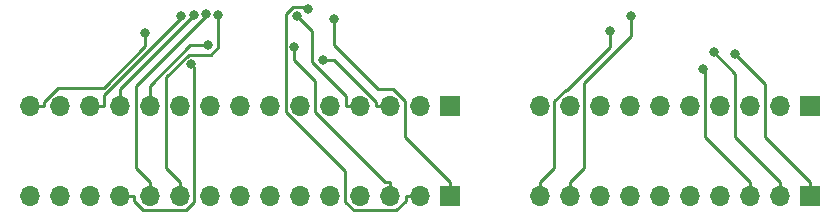
<source format=gbr>
G04 #@! TF.GenerationSoftware,KiCad,Pcbnew,5.1.5-52549c5~86~ubuntu19.04.1*
G04 #@! TF.CreationDate,2020-05-12T21:37:58+10:00*
G04 #@! TF.ProjectId,ICM2_FrontPanel_Breakout,49434d32-5f46-4726-9f6e-7450616e656c,rev?*
G04 #@! TF.SameCoordinates,Original*
G04 #@! TF.FileFunction,Copper,L2,Bot*
G04 #@! TF.FilePolarity,Positive*
%FSLAX46Y46*%
G04 Gerber Fmt 4.6, Leading zero omitted, Abs format (unit mm)*
G04 Created by KiCad (PCBNEW 5.1.5-52549c5~86~ubuntu19.04.1) date 2020-05-12 21:37:58*
%MOMM*%
%LPD*%
G04 APERTURE LIST*
%ADD10O,1.700000X1.700000*%
%ADD11R,1.700000X1.700000*%
%ADD12C,0.800000*%
%ADD13C,0.250000*%
G04 APERTURE END LIST*
D10*
X156210000Y-85725000D03*
X158750000Y-85725000D03*
X161290000Y-85725000D03*
X163830000Y-85725000D03*
X166370000Y-85725000D03*
X168910000Y-85725000D03*
X171450000Y-85725000D03*
X173990000Y-85725000D03*
X176530000Y-85725000D03*
D11*
X179070000Y-85725000D03*
D10*
X156210000Y-78105000D03*
X158750000Y-78105000D03*
X161290000Y-78105000D03*
X163830000Y-78105000D03*
X166370000Y-78105000D03*
X168910000Y-78105000D03*
X171450000Y-78105000D03*
X173990000Y-78105000D03*
X176530000Y-78105000D03*
D11*
X179070000Y-78105000D03*
D10*
X113030000Y-85725000D03*
X115570000Y-85725000D03*
X118110000Y-85725000D03*
X120650000Y-85725000D03*
X123190000Y-85725000D03*
X125730000Y-85725000D03*
X128270000Y-85725000D03*
X130810000Y-85725000D03*
X133350000Y-85725000D03*
X135890000Y-85725000D03*
X138430000Y-85725000D03*
X140970000Y-85725000D03*
X143510000Y-85725000D03*
X146050000Y-85725000D03*
D11*
X148590000Y-85725000D03*
D10*
X113030000Y-78105000D03*
X115570000Y-78105000D03*
X118110000Y-78105000D03*
X120650000Y-78105000D03*
X123190000Y-78105000D03*
X125730000Y-78105000D03*
X128270000Y-78105000D03*
X130810000Y-78105000D03*
X133350000Y-78105000D03*
X135890000Y-78105000D03*
X138430000Y-78105000D03*
X140970000Y-78105000D03*
X143510000Y-78105000D03*
X146050000Y-78105000D03*
D11*
X148590000Y-78105000D03*
D12*
X122788900Y-71908900D03*
X125798300Y-70426600D03*
X126887200Y-70421600D03*
X128060000Y-72954100D03*
X135615400Y-70435700D03*
X137794200Y-74175500D03*
X126687500Y-74546100D03*
X127936200Y-70320500D03*
X128985200Y-70419600D03*
X135402900Y-73052300D03*
X136560000Y-69905100D03*
X138740800Y-70724700D03*
X162120700Y-71700000D03*
X163889900Y-70433200D03*
X170036700Y-74984700D03*
X170902500Y-73551100D03*
X172714900Y-73700600D03*
D13*
X122788900Y-71908900D02*
X122788900Y-73010100D01*
X122788900Y-73010100D02*
X119263600Y-76535400D01*
X119263600Y-76535400D02*
X115407600Y-76535400D01*
X115407600Y-76535400D02*
X114205300Y-77737700D01*
X114205300Y-77737700D02*
X114205300Y-78105000D01*
X113030000Y-78105000D02*
X114205300Y-78105000D01*
X125798300Y-70426600D02*
X125798200Y-70426600D01*
X125798200Y-70426600D02*
X125798200Y-70654100D01*
X125798200Y-70654100D02*
X119285300Y-77167000D01*
X119285300Y-77167000D02*
X119285300Y-78105000D01*
X118110000Y-78105000D02*
X119285300Y-78105000D01*
X126887200Y-70421600D02*
X120650000Y-76658800D01*
X120650000Y-76658800D02*
X120650000Y-76929700D01*
X120650000Y-78105000D02*
X120650000Y-76929700D01*
X128060000Y-72954100D02*
X126604200Y-72954100D01*
X126604200Y-72954100D02*
X123190000Y-76368300D01*
X123190000Y-76368300D02*
X123190000Y-76929700D01*
X123190000Y-78105000D02*
X123190000Y-76929700D01*
X139794700Y-78105000D02*
X139794700Y-77202200D01*
X139794700Y-77202200D02*
X136940500Y-74348000D01*
X136940500Y-74348000D02*
X136940500Y-71760800D01*
X136940500Y-71760800D02*
X135615400Y-70435700D01*
X140970000Y-78105000D02*
X139794700Y-78105000D01*
X143510000Y-78105000D02*
X142334700Y-78105000D01*
X142334700Y-78105000D02*
X142334700Y-77748200D01*
X142334700Y-77748200D02*
X138762000Y-74175500D01*
X138762000Y-74175500D02*
X137794200Y-74175500D01*
X121825300Y-85725000D02*
X121825300Y-86092400D01*
X121825300Y-86092400D02*
X122633200Y-86900300D01*
X122633200Y-86900300D02*
X126232900Y-86900300D01*
X126232900Y-86900300D02*
X126915900Y-86217300D01*
X126915900Y-86217300D02*
X126915900Y-74774500D01*
X126915900Y-74774500D02*
X126687500Y-74546100D01*
X120650000Y-85725000D02*
X121825300Y-85725000D01*
X123190000Y-85725000D02*
X123190000Y-84549700D01*
X127936200Y-70320500D02*
X127936200Y-70453300D01*
X127936200Y-70453300D02*
X122014700Y-76374800D01*
X122014700Y-76374800D02*
X122014700Y-83374400D01*
X122014700Y-83374400D02*
X123190000Y-84549700D01*
X125730000Y-84549700D02*
X124539400Y-83359100D01*
X124539400Y-83359100D02*
X124539400Y-75661200D01*
X124539400Y-75661200D02*
X126452100Y-73748500D01*
X126452100Y-73748500D02*
X128329500Y-73748500D01*
X128329500Y-73748500D02*
X128985200Y-73092800D01*
X128985200Y-73092800D02*
X128985200Y-70419600D01*
X125730000Y-85725000D02*
X125730000Y-84549700D01*
X143510000Y-84549700D02*
X143120000Y-84549700D01*
X143120000Y-84549700D02*
X137160000Y-78589700D01*
X137160000Y-78589700D02*
X137160000Y-75950300D01*
X137160000Y-75950300D02*
X135402900Y-74193200D01*
X135402900Y-74193200D02*
X135402900Y-73052300D01*
X143510000Y-85725000D02*
X143510000Y-84549700D01*
X144874700Y-85725000D02*
X144874700Y-86092300D01*
X144874700Y-86092300D02*
X144044900Y-86922100D01*
X144044900Y-86922100D02*
X140436300Y-86922100D01*
X140436300Y-86922100D02*
X139700000Y-86185800D01*
X139700000Y-86185800D02*
X139700000Y-83633600D01*
X139700000Y-83633600D02*
X134671800Y-78605400D01*
X134671800Y-78605400D02*
X134671800Y-70319800D01*
X134671800Y-70319800D02*
X135296200Y-69695400D01*
X135296200Y-69695400D02*
X136350300Y-69695400D01*
X136350300Y-69695400D02*
X136560000Y-69905100D01*
X146050000Y-85725000D02*
X144874700Y-85725000D01*
X148590000Y-84549700D02*
X144780000Y-80739700D01*
X144780000Y-80739700D02*
X144780000Y-77652500D01*
X144780000Y-77652500D02*
X143795300Y-76667800D01*
X143795300Y-76667800D02*
X142494800Y-76667800D01*
X142494800Y-76667800D02*
X138740800Y-72913800D01*
X138740800Y-72913800D02*
X138740800Y-70724700D01*
X148590000Y-85725000D02*
X148590000Y-84549700D01*
X162120700Y-71700000D02*
X162120700Y-73083800D01*
X162120700Y-73083800D02*
X158509500Y-76695000D01*
X158509500Y-76695000D02*
X158392500Y-76695000D01*
X158392500Y-76695000D02*
X157385300Y-77702200D01*
X157385300Y-77702200D02*
X157385300Y-83374400D01*
X157385300Y-83374400D02*
X156210000Y-84549700D01*
X156210000Y-85725000D02*
X156210000Y-84549700D01*
X158750000Y-85725000D02*
X158750000Y-84549700D01*
X158750000Y-84549700D02*
X159925300Y-83374400D01*
X159925300Y-83374400D02*
X159925300Y-76117000D01*
X159925300Y-76117000D02*
X163889900Y-72152400D01*
X163889900Y-72152400D02*
X163889900Y-70433200D01*
X173990000Y-84549700D02*
X170140000Y-80699700D01*
X170140000Y-80699700D02*
X170140000Y-75088000D01*
X170140000Y-75088000D02*
X170036700Y-74984700D01*
X173990000Y-85725000D02*
X173990000Y-84549700D01*
X176530000Y-84549700D02*
X172720000Y-80739700D01*
X172720000Y-80739700D02*
X172720000Y-75368600D01*
X172720000Y-75368600D02*
X170902500Y-73551100D01*
X176530000Y-85725000D02*
X176530000Y-84549700D01*
X179070000Y-85725000D02*
X179070000Y-84549700D01*
X179070000Y-84549700D02*
X175260000Y-80739700D01*
X175260000Y-80739700D02*
X175260000Y-76245700D01*
X175260000Y-76245700D02*
X172714900Y-73700600D01*
M02*

</source>
